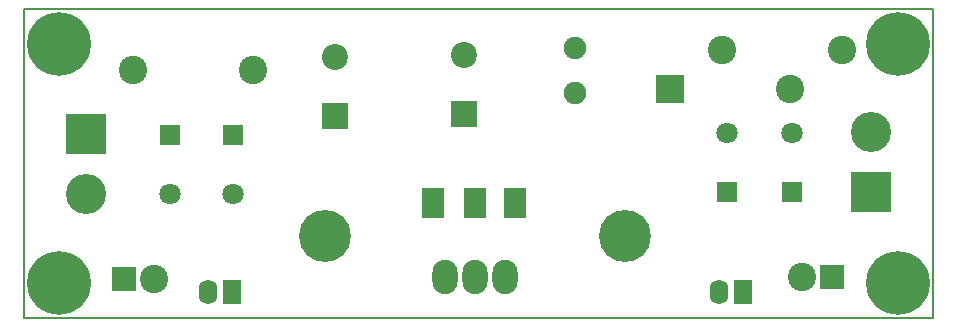
<source format=gbs>
G04 #@! TF.FileFunction,Soldermask,Bot*
%FSLAX46Y46*%
G04 Gerber Fmt 4.6, Leading zero omitted, Abs format (unit mm)*
G04 Created by KiCad (PCBNEW 0.201508290901+6132~28~ubuntu14.04.1-product) date Sat 02 Jan 2016 04:08:58 PM EST*
%MOMM*%
G01*
G04 APERTURE LIST*
%ADD10C,0.100000*%
%ADD11C,0.150000*%
%ADD12R,1.800000X1.800000*%
%ADD13C,1.800000*%
%ADD14C,1.901140*%
%ADD15R,2.099260X2.099260*%
%ADD16C,2.398980*%
%ADD17R,2.398980X2.398980*%
%ADD18R,1.598880X2.099260*%
%ADD19O,1.598880X2.099260*%
%ADD20R,3.399740X3.399740*%
%ADD21C,3.399740*%
%ADD22R,1.924000X2.599640*%
%ADD23R,2.200000X2.200000*%
%ADD24C,2.200000*%
%ADD25C,5.400000*%
%ADD26O,2.144980X2.899360*%
%ADD27O,2.147520X2.899360*%
%ADD28C,4.400500*%
G04 APERTURE END LIST*
D10*
D11*
X187000000Y-44000000D02*
X136000000Y-44000000D01*
X187000000Y-70000000D02*
X187000000Y-44000000D01*
X187000000Y-70200000D02*
X187000000Y-70000000D01*
X110000000Y-70200000D02*
X187000000Y-70200000D01*
X110000000Y-44000000D02*
X110000000Y-70200000D01*
X136000000Y-44000000D02*
X110000000Y-44000000D01*
D12*
X122351800Y-54660800D03*
D13*
X122351800Y-59660800D03*
D12*
X127685800Y-54686200D03*
D13*
X127685800Y-59686200D03*
D12*
X169570400Y-59486800D03*
D13*
X169570400Y-54486800D03*
D12*
X175056800Y-59483000D03*
D13*
X175056800Y-54483000D03*
D14*
X156667200Y-47320200D03*
X156667200Y-51130200D03*
D15*
X178440000Y-66700000D03*
D16*
X175900000Y-66700000D03*
X174853600Y-50800000D03*
D17*
X164693600Y-50800000D03*
D18*
X127635000Y-67995800D03*
D19*
X125633480Y-67995800D03*
D20*
X115290600Y-54610000D03*
D21*
X115290600Y-59690000D03*
D22*
X148209000Y-60401200D03*
X144627600Y-60401200D03*
D18*
X170891200Y-67970400D03*
D19*
X168889680Y-67970400D03*
D20*
X181711600Y-59486800D03*
D21*
X181711600Y-54406800D03*
D16*
X169087800Y-47472600D03*
X179247800Y-47472600D03*
D23*
X136400000Y-53100000D03*
D24*
X136400000Y-48100000D03*
D23*
X147294600Y-52904400D03*
D24*
X147294600Y-47904400D03*
D15*
X118458660Y-66900000D03*
D16*
X120998660Y-66900000D03*
D22*
X151638000Y-60401200D03*
D16*
X129380000Y-49200000D03*
X119220000Y-49200000D03*
D25*
X112979200Y-67235400D03*
X183997600Y-46991600D03*
X184023000Y-67210000D03*
X112979200Y-46964600D03*
D26*
X150723600Y-66713100D03*
D27*
X148183600Y-66713100D03*
X145643600Y-66713100D03*
D28*
X160883600Y-63220600D03*
X135483600Y-63220600D03*
M02*

</source>
